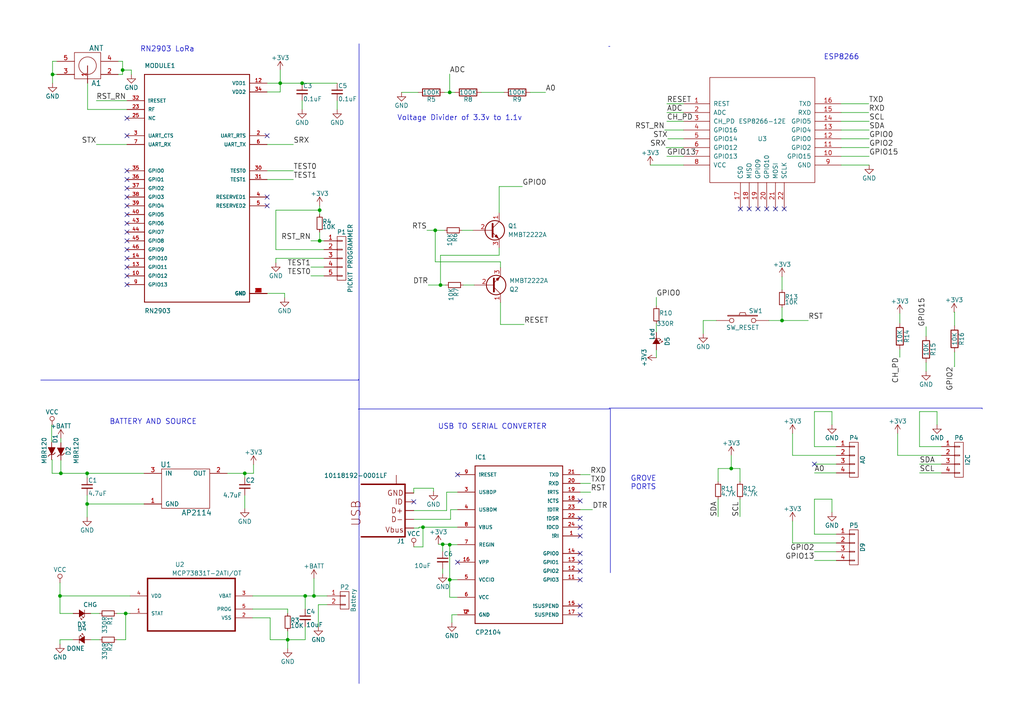
<source format=kicad_sch>
(kicad_sch (version 20230121) (generator eeschema)
  (paper "A4")
  (title_block (title "LoRaCat: Kitty") (date "2017-02-16") (rev "0.5") (company "Electronic Cats") (comment 1 "Andres Sabas"))
  (lib_symbols
    (symbol "NodeLoRaGroveKitty-rescue:+3.3V" (power) (pin_names (offset 0))
      (property "Value" "+3.3V" (at 0 3.556 0))
      (symbol "+3.3V_1_1"
        (pin power_in line (at 0 0 90) (length 0) hide (name "+3V3") (number "1"))
      )
    )
    (symbol "NodeLoRaGroveKitty-rescue:+BATT" (power) (pin_names (offset 0))
      (property "Value" "+BATT" (at 0 3.556 0))
      (symbol "+BATT_1_1"
        (pin power_in line (at 0 0 90) (length 0) hide (name "+BATT") (number "1"))
      )
    )
    (symbol "NodeLoRaGroveKitty-rescue:10118192-0001LF" (pin_numbers hide) (pin_names (offset 1.016) hide)
      (property "Reference" "J" (at -5.08 8.89 0))
      (property "Value" "10118192-0001LF" (at 0 -10.16 0))
      (symbol "10118192-0001LF_0_0"
        (text "D+" (at -2.794 0 0) (effects (font (size 1.524 1.524))))
        (text "D-" (at -2.794 2.54 0) (effects (font (size 1.524 1.524))))
        (text "GND" (at -2.286 -5.08 0) (effects (font (size 1.524 1.524))))
        (text "ID" (at -3.302 -2.54 0) (effects (font (size 1.524 1.524))))
        (text "USB" (at 7.62 -3.175 900) (effects (font (size 2.54 2.54)) (justify left bottom)))
        (text "Vbus" (at -2.032 5.588 0) (effects (font (size 1.524 1.524))))
        (pin passive line (at -7.62 5.08 0) (length 2.54) (name "VBUS") (number "1"))
        (pin passive line (at -7.62 2.54 0) (length 2.54) (name "D-") (number "2"))
        (pin passive line (at -7.62 0 0) (length 2.54) (name "D+") (number "3"))
        (pin passive line (at -7.62 -2.54 0) (length 2.54) (name "ID") (number "4"))
        (pin passive line (at -7.62 -5.08 0) (length 2.54) (name "GND") (number "5"))
        (pin passive line (at -2.54 -10.16 90) (length 0) (name "S") (number "M1"))
        (pin passive line (at -2.54 -10.16 90) (length 0) (name "S") (number "M2"))
        (pin passive line (at -2.54 -10.16 90) (length 0) (name "S") (number "S1"))
        (pin passive line (at -2.54 -10.16 90) (length 0) (name "S") (number "S2"))
        (pin passive line (at -2.54 -10.16 90) (length 0) (name "S") (number "S3"))
        (pin passive line (at -2.54 -10.16 90) (length 0) (name "S") (number "S4"))
      )
    )
    (symbol "NodeLoRaGroveKitty-rescue:ANT" (pin_names (offset 1.016))
      (property "Reference" "A" (at 6.35 10.16 0))
      (property "Value" "ANT" (at 6.35 0 0))
      (symbol "ANT_1_1"
        (pin bidirectional line (at 8.89 10.16 270) (length 5.08) (name "~") (number "1"))
        (pin bidirectional line (at 0 7.62 0) (length 5.08) (name "~") (number "2"))
        (pin bidirectional line (at 17.78 7.62 180) (length 5.08) (name "~") (number "3"))
        (pin bidirectional line (at 0 3.81 0) (length 5.08) (name "~") (number "4"))
        (pin bidirectional line (at 17.78 3.81 180) (length 5.08) (name "~") (number "5"))
      )
    )
    (symbol "NodeLoRaGroveKitty-rescue:AP2112-RESCUE-NodeLoRaGroveKitty" (pin_names (offset 1.016))
      (property "Reference" "U" (at -5.08 7.62 0))
      (property "Value" "AP2112-RESCUE-NodeLoRaGroveKitty" (at 3.81 -6.35 0))
      (symbol "AP2112-RESCUE-NodeLoRaGroveKitty_1_1"
        (pin input line (at -11.43 -3.81 0) (length 5.08) (name "GND") (number "1"))
        (pin input line (at 12.7 5.08 180) (length 5.08) (name "OUT") (number "2"))
        (pin input line (at -11.43 5.08 0) (length 5.08) (name "IN") (number "3"))
      )
    )
    (symbol "NodeLoRaGroveKitty-rescue:CONN_01X02" (pin_names (offset 1.016) hide)
      (property "Reference" "P" (at 0 3.81 0))
      (property "Value" "CONN_01X02" (at 2.54 0 90))
      (symbol "CONN_01X02_1_1"
        (pin passive line (at -5.08 1.27 0) (length 3.81) (name "P1") (number "1"))
        (pin passive line (at -5.08 -1.27 0) (length 3.81) (name "P2") (number "2"))
      )
    )
    (symbol "NodeLoRaGroveKitty-rescue:CONN_01X04" (pin_names (offset 1.016) hide)
      (property "Reference" "P" (at 0 6.35 0))
      (property "Value" "CONN_01X04" (at 2.54 0 90))
      (symbol "CONN_01X04_1_1"
        (pin passive line (at -5.08 3.81 0) (length 3.81) (name "P1") (number "1"))
        (pin passive line (at -5.08 1.27 0) (length 3.81) (name "P2") (number "2"))
        (pin passive line (at -5.08 -1.27 0) (length 3.81) (name "P3") (number "3"))
        (pin passive line (at -5.08 -3.81 0) (length 3.81) (name "P4") (number "4"))
      )
    )
    (symbol "NodeLoRaGroveKitty-rescue:CONN_01X05" (pin_names (offset 1.016) hide)
      (property "Reference" "P" (at 0 7.62 0))
      (property "Value" "CONN_01X05" (at 2.54 0 90))
      (symbol "CONN_01X05_1_1"
        (pin passive line (at -5.08 5.08 0) (length 3.81) (name "P1") (number "1"))
        (pin passive line (at -5.08 2.54 0) (length 3.81) (name "P2") (number "2"))
        (pin passive line (at -5.08 0 0) (length 3.81) (name "P3") (number "3"))
        (pin passive line (at -5.08 -2.54 0) (length 3.81) (name "P4") (number "4"))
        (pin passive line (at -5.08 -5.08 0) (length 3.81) (name "P5") (number "5"))
      )
    )
    (symbol "NodeLoRaGroveKitty-rescue:CP2104" (pin_names (offset 1.016))
      (property "Reference" "IC" (at -12.7 25.4 0))
      (property "Value" "CP2104" (at -12.7 -25.4 0))
      (symbol "CP2104_0_0"
        (pin bidirectional line (at 17.78 2.54 180) (length 5.08) (name "!RI") (number "1"))
        (pin bidirectional line (at 17.78 -10.16 180) (length 5.08) (name "GPIO3") (number "11"))
        (pin bidirectional line (at 17.78 -7.62 180) (length 5.08) (name "GPIO2") (number "12"))
        (pin bidirectional line (at 17.78 -5.08 180) (length 5.08) (name "GPIO1") (number "13"))
        (pin bidirectional line (at 17.78 -2.54 180) (length 5.08) (name "GPIO0") (number "14"))
        (pin bidirectional line (at 17.78 -17.78 180) (length 5.08) (name "!SUSPEND") (number "15"))
        (pin input line (at -17.78 -5.08 0) (length 5.08) (name "VPP") (number "16"))
        (pin bidirectional line (at 17.78 -20.32 180) (length 5.08) (name "SUSPEND") (number "17"))
        (pin bidirectional line (at 17.78 12.7 180) (length 5.08) (name "!CTS") (number "18"))
        (pin bidirectional line (at 17.78 15.24 180) (length 5.08) (name "!RTS") (number "19"))
        (pin input line (at -17.78 -20.32 0) (length 5.08) (name "GND") (number "2"))
        (pin bidirectional line (at 17.78 17.78 180) (length 5.08) (name "RXD") (number "20"))
        (pin bidirectional line (at 17.78 20.32 180) (length 5.08) (name "TXD") (number "21"))
        (pin bidirectional line (at 17.78 7.62 180) (length 5.08) (name "!DSR") (number "22"))
        (pin bidirectional line (at 17.78 10.16 180) (length 5.08) (name "!DTR") (number "23"))
        (pin bidirectional line (at 17.78 5.08 180) (length 5.08) (name "!DCD") (number "24"))
        (pin bidirectional line (at -17.78 15.24 0) (length 5.08) (name "USBDP") (number "3"))
        (pin bidirectional line (at -17.78 10.16 0) (length 5.08) (name "USBDM") (number "4"))
        (pin input line (at -17.78 -10.16 0) (length 5.08) (name "VCCIO") (number "5"))
        (pin input line (at -17.78 -15.24 0) (length 5.08) (name "VCC") (number "6"))
        (pin input line (at -17.78 0 0) (length 5.08) (name "REGIN") (number "7"))
        (pin input line (at -17.78 5.08 0) (length 5.08) (name "VBUS") (number "8"))
        (pin bidirectional line (at -17.78 20.32 0) (length 5.08) (name "!RESET") (number "9"))
        (pin input line (at -17.78 -20.32 0) (length 5.08) (name "GND") (number "TP"))
      )
    )
    (symbol "NodeLoRaGroveKitty-rescue:C_Small" (pin_numbers hide) (pin_names (offset 0.254) hide)
      (property "Reference" "C" (at 0.254 1.778 0))
      (property "Value" "C_Small" (at 0.254 -2.032 0))
      (symbol "C_Small_1_1"
        (pin passive line (at 0 2.54 270) (length 2.032) (name "~") (number "1"))
        (pin passive line (at 0 -2.54 90) (length 2.032) (name "~") (number "2"))
      )
    )
    (symbol "NodeLoRaGroveKitty-rescue:ESP-12E" (pin_names (offset 1.016))
      (property "Reference" "U" (at 0 -2.54 0))
      (property "Value" "ESP-12E" (at 0 2.54 0))
      (symbol "ESP-12E_1_1"
        (pin input line (at -22.86 7.62 0) (length 7.62) (name "REST") (number "1"))
        (pin bidirectional line (at 22.86 -7.62 180) (length 7.62) (name "GPIO15") (number "10"))
        (pin bidirectional line (at 22.86 -5.08 180) (length 7.62) (name "GPIO2") (number "11"))
        (pin bidirectional line (at 22.86 -2.54 180) (length 7.62) (name "GPIO0") (number "12"))
        (pin bidirectional line (at 22.86 0 180) (length 7.62) (name "GPIO4") (number "13"))
        (pin bidirectional line (at 22.86 2.54 180) (length 7.62) (name "GPIO5") (number "14"))
        (pin input line (at 22.86 5.08 180) (length 7.62) (name "RXD") (number "15"))
        (pin output line (at 22.86 7.62 180) (length 7.62) (name "TXD") (number "16"))
        (pin bidirectional line (at -6.35 -22.86 90) (length 7.62) (name "CS0") (number "17"))
        (pin bidirectional line (at -3.81 -22.86 90) (length 7.62) (name "MISO") (number "18"))
        (pin bidirectional line (at -1.27 -22.86 90) (length 7.62) (name "GPIO9") (number "19"))
        (pin passive line (at -22.86 5.08 0) (length 7.62) (name "ADC") (number "2"))
        (pin bidirectional line (at 1.27 -22.86 90) (length 7.62) (name "GPIO10") (number "20"))
        (pin bidirectional line (at 3.81 -22.86 90) (length 7.62) (name "MOSI") (number "21"))
        (pin bidirectional line (at 6.35 -22.86 90) (length 7.62) (name "SCLK") (number "22"))
        (pin input line (at -22.86 2.54 0) (length 7.62) (name "CH_PD") (number "3"))
        (pin bidirectional line (at -22.86 0 0) (length 7.62) (name "GPIO16") (number "4"))
        (pin bidirectional line (at -22.86 -2.54 0) (length 7.62) (name "GPIO14") (number "5"))
        (pin bidirectional line (at -22.86 -5.08 0) (length 7.62) (name "GPIO12") (number "6"))
        (pin bidirectional line (at -22.86 -7.62 0) (length 7.62) (name "GPIO13") (number "7"))
        (pin power_in line (at -22.86 -10.16 0) (length 7.62) (name "VCC") (number "8"))
        (pin power_in line (at 22.86 -10.16 180) (length 7.62) (name "GND") (number "9"))
      )
    )
    (symbol "NodeLoRaGroveKitty-rescue:GND" (power) (pin_names (offset 0))
      (property "Value" "GND" (at 0 -3.81 0))
      (symbol "GND_1_1"
        (pin power_in line (at 0 0 270) (length 0) hide (name "GND") (number "1"))
      )
    )
    (symbol "NodeLoRaGroveKitty-rescue:Led_Small" (pin_numbers hide) (pin_names (offset 0.254) hide)
      (property "Reference" "D" (at -1.27 3.175 0))
      (property "Value" "Led_Small" (at -4.445 -2.54 0))
      (symbol "Led_Small_1_1"
        (pin passive line (at -2.54 0 0) (length 1.778) (name "K") (number "1"))
        (pin passive line (at 2.54 0 180) (length 1.778) (name "A") (number "2"))
      )
    )
    (symbol "NodeLoRaGroveKitty-rescue:MCP73831T-2ATI/OT" (pin_names (offset 1.016))
      (property "Reference" "U" (at -4.7244 9.1186 0))
      (property "Value" "MCP73831T-2ATI/OT" (at -5.6642 6.5786 0))
      (symbol "MCP73831T-2ATI/OT_0_0"
        (pin input line (at -17.78 -5.08 0) (length 5.08) (name "STAT") (number "1"))
        (pin passive line (at 17.78 -6.35 180) (length 5.08) (name "VSS") (number "2"))
        (pin input line (at 17.78 0 180) (length 5.08) (name "VBAT") (number "3"))
        (pin input line (at -17.78 0 0) (length 5.08) (name "VDD") (number "4"))
        (pin input line (at 17.78 -3.81 180) (length 5.08) (name "PROG") (number "5"))
      )
    )
    (symbol "NodeLoRaGroveKitty-rescue:Q_NPN_CBE" (pin_names (offset 0) hide)
      (property "Reference" "Q" (at 5.08 1.27 0))
      (property "Value" "Q_NPN_CBE" (at 5.08 -1.27 0))
      (symbol "Q_NPN_CBE_1_1"
        (pin passive line (at 2.54 5.08 270) (length 2.54) (name "C") (number "1"))
        (pin input line (at -5.08 0 0) (length 5.715) (name "B") (number "2"))
        (pin passive line (at 2.54 -5.08 90) (length 2.54) (name "E") (number "3"))
      )
    )
    (symbol "NodeLoRaGroveKitty-rescue:R" (pin_numbers hide) (pin_names (offset 0))
      (property "Reference" "R" (at 2.032 0 90))
      (property "Value" "R" (at 0 0 90))
      (symbol "R_1_1"
        (pin passive line (at 0 3.81 270) (length 1.27) (name "~") (number "1"))
        (pin passive line (at 0 -3.81 90) (length 1.27) (name "~") (number "2"))
      )
    )
    (symbol "NodeLoRaGroveKitty-rescue:RN2903" (pin_names (offset 1.016))
      (property "Reference" "MODULE" (at -15.24 33.02 0))
      (property "Value" "RN2903" (at -15.24 -35.56 0))
      (symbol "RN2903_0_0"
        (pin passive line (at 20.32 -30.48 180) (length 5.08) (name "GND") (number "1"))
        (pin bidirectional line (at -20.32 -25.4 0) (length 5.08) (name "GPIO12") (number "10"))
        (pin passive line (at 20.32 -30.48 180) (length 5.08) (name "GND") (number "11"))
        (pin input line (at 20.32 30.48 180) (length 5.08) (name "VDD1") (number "12"))
        (pin bidirectional line (at -20.32 -22.86 0) (length 5.08) (name "GPIO11") (number "13"))
        (pin bidirectional line (at -20.32 -20.32 0) (length 5.08) (name "GPIO10") (number "14"))
        (pin output line (at 20.32 15.24 180) (length 5.08) (name "UART_RTS") (number "2"))
        (pin passive line (at 20.32 -30.48 180) (length 5.08) (name "GND") (number "20"))
        (pin passive line (at 20.32 -30.48 180) (length 5.08) (name "GND") (number "21"))
        (pin passive line (at 20.32 -30.48 180) (length 5.08) (name "GND") (number "22"))
        (pin input line (at -20.32 22.86 0) (length 5.08) (name "RF") (number "23"))
        (pin passive line (at 20.32 -30.48 180) (length 5.08) (name "GND") (number "24"))
        (pin input line (at -20.32 20.32 0) (length 5.08) (name "NC") (number "25"))
        (pin passive line (at 20.32 -30.48 180) (length 5.08) (name "GND") (number "26"))
        (pin passive line (at 20.32 -30.48 180) (length 5.08) (name "GND") (number "27"))
        (pin passive line (at 20.32 -30.48 180) (length 5.08) (name "GND") (number "28"))
        (pin input line (at -20.32 15.24 0) (length 5.08) (name "UART_CTS") (number "3"))
        (pin passive line (at 20.32 5.08 180) (length 5.08) (name "TEST0") (number "30"))
        (pin passive line (at 20.32 2.54 180) (length 5.08) (name "TEST1") (number "31"))
        (pin input line (at -20.32 25.4 0) (length 5.08) (name "!RESET") (number "32"))
        (pin passive line (at 20.32 -30.48 180) (length 5.08) (name "GND") (number "33"))
        (pin input line (at 20.32 27.94 180) (length 5.08) (name "VDD2") (number "34"))
        (pin bidirectional line (at -20.32 5.08 0) (length 5.08) (name "GPIO0") (number "35"))
        (pin bidirectional line (at -20.32 2.54 0) (length 5.08) (name "GPIO1") (number "36"))
        (pin bidirectional line (at -20.32 0 0) (length 5.08) (name "GPIO2") (number "37"))
        (pin bidirectional line (at -20.32 -2.54 0) (length 5.08) (name "GPIO3") (number "38"))
        (pin bidirectional line (at -20.32 -5.08 0) (length 5.08) (name "GPIO4") (number "39"))
        (pin passive line (at 20.32 -2.54 180) (length 5.08) (name "RESERVED1") (number "4"))
        (pin bidirectional line (at -20.32 -7.62 0) (length 5.08) (name "GPIO5") (number "40"))
        (pin passive line (at 20.32 -30.48 180) (length 5.08) (name "GND") (number "41"))
        (pin bidirectional line (at -20.32 -10.16 0) (length 5.08) (name "GPIO6") (number "43"))
        (pin bidirectional line (at -20.32 -12.7 0) (length 5.08) (name "GPIO7") (number "44"))
        (pin bidirectional line (at -20.32 -15.24 0) (length 5.08) (name "GPIO8") (number "45"))
        (pin bidirectional line (at -20.32 -17.78 0) (length 5.08) (name "GPIO9") (number "46"))
        (pin passive line (at 20.32 -30.48 180) (length 5.08) (name "GND") (number "47"))
        (pin passive line (at 20.32 -5.08 180) (length 5.08) (name "RESERVED2") (number "5"))
        (pin output line (at 20.32 12.7 180) (length 5.08) (name "UART_TX") (number "6"))
        (pin input line (at -20.32 12.7 0) (length 5.08) (name "UART_RX") (number "7"))
        (pin passive line (at 20.32 -30.48 180) (length 5.08) (name "GND") (number "8"))
        (pin bidirectional line (at -20.32 -27.94 0) (length 5.08) (name "GPIO13") (number "9"))
      )
    )
    (symbol "NodeLoRaGroveKitty-rescue:R_Small" (pin_numbers hide) (pin_names (offset 0.254) hide)
      (property "Reference" "R" (at 0.762 0.508 0))
      (property "Value" "R_Small" (at 0.762 -1.016 0))
      (symbol "R_Small_1_1"
        (pin passive line (at 0 2.54 270) (length 0.762) (name "~") (number "1"))
        (pin passive line (at 0 -2.54 90) (length 0.762) (name "~") (number "2"))
      )
    )
    (symbol "NodeLoRaGroveKitty-rescue:SW_PUSH" (pin_numbers hide) (pin_names (offset 1.016) hide)
      (property "Reference" "SW" (at 3.81 2.794 0))
      (property "Value" "SW_PUSH" (at 0 -2.032 0))
      (symbol "SW_PUSH_0_1"
        (pin passive inverted (at -7.62 0 0) (length 5.08) (name "1") (number "1"))
        (pin passive inverted (at 7.62 0 180) (length 5.08) (name "2") (number "2"))
      )
    )
    (symbol "NodeLoRaGroveKitty-rescue:VCC" (power) (pin_names (offset 0))
      (property "Value" "VCC" (at 0 3.81 0))
      (symbol "VCC_1_1"
        (pin power_in line (at 0 0 90) (length 0) hide (name "VCC") (number "1"))
      )
    )
    (symbol "NodeLoRaGroveKitty-rescue:ZENERsmall" (pin_numbers hide) (pin_names (offset 1.016) hide)
      (property "Reference" "D" (at 0 2.54 0))
      (property "Value" "ZENERsmall" (at 0 -2.54 0))
      (symbol "ZENERsmall_1_1"
        (pin passive line (at -2.54 0 0) (length 1.524) (name "K") (number "1"))
        (pin passive line (at 2.54 0 180) (length 1.524) (name "A") (number "2"))
      )
    )
  )
  (junction (at 81.28 24.13))
  (junction (at 126.238 66.802))
  (junction (at 17.399 172.847))
  (junction (at 91.059 172.847))
  (junction (at 128.397 157.861))
  (junction (at 226.822 92.964))
  (junction (at 127.762 82.677))
  (junction (at 70.993 137.287))
  (junction (at 130.429 26.797))
  (junction (at 122.682 152.908))
  (junction (at 25.273 146.177))
  (junction (at 92.71 60.96))
  (junction (at 35.56 20.32))
  (junction (at 92.71 69.85))
  (junction (at 212.09 135.89))
  (junction (at 17.653 137.287))
  (junction (at 130.429 168.148))
  (junction (at 87.63 24.13))
  (junction (at 36.449 177.927))
  (junction (at 88.519 172.847))
  (junction (at 25.273 137.287))
  (junction (at 15.24 21.59))
  (junction (at 130.429 157.988))
  (junction (at 83.439 185.547))
  (no_connect (at 77.47 39.37))
  (no_connect (at 236.22 134.62))
  (no_connect (at 36.83 49.53))
  (no_connect (at 36.83 77.47))
  (no_connect (at 168.275 175.768))
  (no_connect (at 36.83 39.37))
  (no_connect (at 36.83 52.07))
  (no_connect (at 36.83 80.01))
  (no_connect (at 120.015 145.542))
  (no_connect (at 36.83 62.23))
  (no_connect (at 168.275 168.148))
  (no_connect (at 217.297 60.579))
  (no_connect (at 168.275 145.288))
  (no_connect (at 132.715 163.068))
  (no_connect (at 77.47 59.69))
  (no_connect (at 168.275 178.308))
  (no_connect (at 168.275 163.068))
  (no_connect (at 36.83 69.85))
  (no_connect (at 36.83 67.31))
  (no_connect (at 168.275 152.908))
  (no_connect (at 224.917 60.579))
  (no_connect (at 168.275 160.528))
  (no_connect (at 168.275 155.448))
  (no_connect (at 227.457 60.579))
  (no_connect (at 219.837 60.579))
  (no_connect (at 168.275 150.368))
  (no_connect (at 214.757 60.579))
  (no_connect (at 36.83 74.93))
  (no_connect (at 36.83 57.15))
  (no_connect (at 77.47 57.15))
  (no_connect (at 36.83 72.39))
  (no_connect (at 36.83 54.61))
  (no_connect (at 36.83 34.29))
  (no_connect (at 36.83 64.77))
  (no_connect (at 36.83 59.69))
  (no_connect (at 132.715 137.668))
  (no_connect (at 36.83 82.55))
  (no_connect (at 168.275 165.608))
  (no_connect (at 222.377 60.579))
  (wire (pts (xy 130.429 157.988) (xy 130.429 168.148)))
  (wire (pts (xy 268.605 97.536) (xy 268.605 94.742)))
  (wire (pts (xy 130.429 26.797) (xy 131.953 26.797)))
  (wire (pts (xy 90.17 69.85) (xy 92.71 69.85)))
  (wire (pts (xy 81.28 20.32) (xy 81.28 24.13)))
  (wire (pts (xy 88.519 185.547) (xy 88.519 181.737)))
  (wire (pts (xy 122.682 152.908) (xy 122.682 158.623)))
  (wire (pts (xy 130.429 173.228) (xy 132.715 173.228)))
  (wire (pts (xy 242.57 134.62) (xy 236.22 134.62)))
  (wire (pts (xy 127.127 157.861) (xy 128.397 157.861)))
  (wire (pts (xy 242.57 137.16) (xy 236.22 137.16)))
  (polyline (pts (xy 176.657 118.364) (xy 284.861 118.364)))
  (wire (pts (xy 168.275 147.828) (xy 171.831 147.828)))
  (polyline (pts (xy 177.038 118.618) (xy 104.013 118.618)))
  (wire (pts (xy 212.09 132.08) (xy 212.09 135.89)))
  (wire (pts (xy 26.289 177.927) (xy 28.829 177.927)))
  (wire (pts (xy 93.98 80.01) (xy 90.17 80.01)))
  (wire (pts (xy 198.247 40.259) (xy 193.675 40.259)))
  (polyline (pts (xy 284.861 118.364) (xy 284.861 118.618)))
  (wire (pts (xy 127.762 74.041) (xy 127.762 82.677)))
  (wire (pts (xy 198.247 30.099) (xy 193.421 30.099)))
  (wire (pts (xy 130.683 147.828) (xy 130.683 150.622)))
  (wire (pts (xy 236.22 119.38) (xy 241.3 119.38)))
  (wire (pts (xy 17.653 137.287) (xy 25.273 137.287)))
  (wire (pts (xy 273.05 129.54) (xy 266.7 129.54)))
  (wire (pts (xy 226.822 92.964) (xy 234.442 92.964)))
  (wire (pts (xy 241.3 144.78) (xy 241.3 148.59)))
  (wire (pts (xy 88.519 172.847) (xy 91.059 172.847)))
  (wire (pts (xy 130.683 147.828) (xy 132.715 147.828)))
  (wire (pts (xy 121.539 153.162) (xy 121.539 152.908)))
  (wire (pts (xy 168.275 140.208) (xy 171.323 140.208)))
  (wire (pts (xy 17.399 172.847) (xy 37.719 172.847)))
  (wire (pts (xy 243.967 32.639) (xy 251.968 32.639)))
  (wire (pts (xy 243.967 47.879) (xy 252.095 47.879)))
  (wire (pts (xy 243.967 45.339) (xy 252.095 45.339)))
  (wire (pts (xy 243.967 35.179) (xy 252.095 35.179)))
  (wire (pts (xy 25.4 24.13) (xy 25.4 31.75)))
  (wire (pts (xy 130.683 150.622) (xy 120.015 150.622)))
  (wire (pts (xy 35.56 17.78) (xy 35.56 20.32)))
  (wire (pts (xy 242.57 160.02) (xy 236.22 160.02)))
  (wire (pts (xy 128.397 164.973) (xy 128.397 166.37)))
  (wire (pts (xy 145.161 75.946) (xy 126.238 75.946)))
  (wire (pts (xy 81.28 24.13) (xy 81.28 26.67)))
  (wire (pts (xy 77.47 24.13) (xy 81.28 24.13)))
  (wire (pts (xy 190.373 101.473) (xy 190.373 103.759)))
  (wire (pts (xy 236.22 154.94) (xy 236.22 144.78)))
  (wire (pts (xy 242.57 129.54) (xy 236.22 129.54)))
  (wire (pts (xy 198.247 32.639) (xy 193.421 32.639)))
  (wire (pts (xy 145.161 87.757) (xy 145.161 94.107)))
  (wire (pts (xy 92.71 60.96) (xy 80.01 60.96)))
  (wire (pts (xy 82.55 86.36) (xy 82.55 85.09)))
  (wire (pts (xy 226.822 84.074) (xy 226.822 80.264)))
  (wire (pts (xy 77.47 41.91) (xy 85.09 41.91)))
  (wire (pts (xy 35.56 21.59) (xy 34.29 21.59)))
  (wire (pts (xy 190.373 86.233) (xy 190.373 88.773)))
  (wire (pts (xy 126.238 66.802) (xy 128.905 66.802)))
  (wire (pts (xy 130.429 26.797) (xy 130.429 21.463)))
  (wire (pts (xy 132.715 168.148) (xy 130.429 168.148)))
  (wire (pts (xy 139.573 26.797) (xy 146.177 26.797)))
  (wire (pts (xy 273.05 137.16) (xy 266.7 137.16)))
  (polyline (pts (xy 177.038 166.116) (xy 177.038 118.618)))
  (wire (pts (xy 130.429 168.148) (xy 130.429 173.228)))
  (wire (pts (xy 33.909 177.927) (xy 36.449 177.927)))
  (wire (pts (xy 94.869 175.387) (xy 92.329 175.387)))
  (wire (pts (xy 129.54 142.748) (xy 129.54 148.082)))
  (wire (pts (xy 132.715 142.748) (xy 129.54 142.748)))
  (wire (pts (xy 243.967 37.719) (xy 252.095 37.719)))
  (wire (pts (xy 92.71 59.69) (xy 92.71 60.96)))
  (wire (pts (xy 17.653 133.477) (xy 17.653 137.287)))
  (wire (pts (xy 226.822 89.154) (xy 226.822 92.964)))
  (wire (pts (xy 14.986 123.317) (xy 15.113 123.317)))
  (wire (pts (xy 78.359 179.197) (xy 78.359 185.547)))
  (wire (pts (xy 132.715 178.308) (xy 131.064 178.308)))
  (wire (pts (xy 208.28 144.78) (xy 208.28 149.86)))
  (wire (pts (xy 266.7 129.54) (xy 266.7 119.38)))
  (wire (pts (xy 70.993 143.637) (xy 70.993 147.447)))
  (polyline (pts (xy 11.811 110.236) (xy 104.013 110.236)))
  (wire (pts (xy 38.1 20.32) (xy 35.56 20.32)))
  (wire (pts (xy 17.399 169.037) (xy 17.399 172.847)))
  (wire (pts (xy 126.238 75.946) (xy 126.238 66.802)))
  (wire (pts (xy 97.79 29.21) (xy 97.79 31.75)))
  (wire (pts (xy 15.113 137.287) (xy 15.113 133.35)))
  (wire (pts (xy 131.064 178.308) (xy 131.064 180.594)))
  (wire (pts (xy 73.279 179.197) (xy 78.359 179.197)))
  (wire (pts (xy 123.825 66.802) (xy 126.238 66.802)))
  (wire (pts (xy 168.275 142.748) (xy 171.323 142.748)))
  (wire (pts (xy 15.24 21.59) (xy 16.51 21.59)))
  (wire (pts (xy 92.71 69.85) (xy 93.98 69.85)))
  (wire (pts (xy 243.967 40.259) (xy 252.095 40.259)))
  (wire (pts (xy 25.273 137.287) (xy 41.783 137.287)))
  (wire (pts (xy 130.429 157.861) (xy 130.429 157.988)))
  (wire (pts (xy 198.247 45.339) (xy 193.421 45.339)))
  (wire (pts (xy 137.16 66.802) (xy 133.985 66.802)))
  (wire (pts (xy 145.161 77.597) (xy 145.161 75.946)))
  (wire (pts (xy 36.83 41.91) (xy 27.94 41.91)))
  (wire (pts (xy 188.595 47.879) (xy 198.247 47.879)))
  (wire (pts (xy 120.015 153.162) (xy 121.539 153.162)))
  (wire (pts (xy 14.986 128.27) (xy 14.986 123.317)))
  (wire (pts (xy 80.01 74.93) (xy 80.01 76.2)))
  (wire (pts (xy 65.913 137.287) (xy 70.993 137.287)))
  (wire (pts (xy 241.3 119.38) (xy 241.3 123.19)))
  (wire (pts (xy 127.762 82.677) (xy 129.286 82.677)))
  (wire (pts (xy 35.56 17.78) (xy 34.29 17.78)))
  (wire (pts (xy 128.397 157.861) (xy 130.429 157.861)))
  (wire (pts (xy 260.35 132.08) (xy 273.05 132.08)))
  (wire (pts (xy 73.279 176.657) (xy 83.439 176.657)))
  (wire (pts (xy 121.285 26.797) (xy 116.459 26.797)))
  (wire (pts (xy 229.87 157.48) (xy 242.57 157.48)))
  (wire (pts (xy 92.71 60.96) (xy 92.71 62.23)))
  (wire (pts (xy 81.28 26.67) (xy 77.47 26.67)))
  (wire (pts (xy 25.4 31.75) (xy 36.83 31.75)))
  (wire (pts (xy 203.962 96.774) (xy 203.962 92.964)))
  (wire (pts (xy 87.63 29.21) (xy 87.63 31.75)))
  (wire (pts (xy 144.78 61.722) (xy 144.78 54.102)))
  (wire (pts (xy 83.439 185.547) (xy 83.439 188.087)))
  (wire (pts (xy 125.73 141.605) (xy 125.73 142.494)))
  (wire (pts (xy 121.539 152.908) (xy 122.682 152.908)))
  (wire (pts (xy 260.985 101.346) (xy 260.985 103.632)))
  (wire (pts (xy 144.78 54.102) (xy 151.511 54.102)))
  (wire (pts (xy 36.449 177.927) (xy 36.449 185.547)))
  (wire (pts (xy 93.98 77.47) (xy 90.17 77.47)))
  (wire (pts (xy 242.57 162.56) (xy 236.22 162.56)))
  (wire (pts (xy 144.78 71.882) (xy 144.78 74.041)))
  (wire (pts (xy 153.797 26.797) (xy 158.242 26.797)))
  (wire (pts (xy 229.87 132.08) (xy 229.87 125.73)))
  (wire (pts (xy 122.682 152.908) (xy 132.715 152.908)))
  (wire (pts (xy 236.22 144.78) (xy 241.3 144.78)))
  (wire (pts (xy 168.275 137.668) (xy 171.196 137.668)))
  (wire (pts (xy 229.87 132.08) (xy 242.57 132.08)))
  (wire (pts (xy 35.56 20.32) (xy 35.56 21.59)))
  (wire (pts (xy 236.22 129.54) (xy 236.22 119.38)))
  (wire (pts (xy 15.113 133.35) (xy 14.986 133.35)))
  (wire (pts (xy 25.273 137.287) (xy 25.273 138.557)))
  (wire (pts (xy 144.78 74.041) (xy 127.762 74.041)))
  (wire (pts (xy 36.83 29.21) (xy 27.94 29.21)))
  (wire (pts (xy 128.905 26.797) (xy 130.429 26.797)))
  (wire (pts (xy 17.399 177.927) (xy 21.209 177.927)))
  (wire (pts (xy 214.63 135.89) (xy 214.63 139.7)))
  (wire (pts (xy 88.519 176.657) (xy 88.519 172.847)))
  (polyline (pts (xy 104.013 118.618) (xy 104.013 118.745)))
  (wire (pts (xy 92.71 67.31) (xy 92.71 69.85)))
  (wire (pts (xy 198.247 42.799) (xy 193.167 42.799)))
  (wire (pts (xy 16.51 17.78) (xy 15.24 17.78)))
  (wire (pts (xy 83.439 183.007) (xy 83.439 185.547)))
  (wire (pts (xy 17.399 172.847) (xy 17.399 177.927)))
  (wire (pts (xy 276.86 106.299) (xy 276.733 106.299)))
  (polyline (pts (xy 104.14 12.7) (xy 104.14 198.247)))
  (wire (pts (xy 25.273 146.177) (xy 25.273 149.987)))
  (wire (pts (xy 124.206 82.677) (xy 127.762 82.677)))
  (wire (pts (xy 80.01 72.39) (xy 93.98 72.39)))
  (wire (pts (xy 15.24 21.59) (xy 15.24 24.13)))
  (wire (pts (xy 268.605 105.156) (xy 268.605 107.696)))
  (polyline (pts (xy 176.53 13.462) (xy 176.911 13.462)))
  (wire (pts (xy 145.161 94.107) (xy 152.019 94.107)))
  (wire (pts (xy 38.1 21.59) (xy 38.1 20.32)))
  (wire (pts (xy 73.279 172.847) (xy 88.519 172.847)))
  (polyline (pts (xy 104.013 110.236) (xy 104.013 109.982)))
  (wire (pts (xy 276.86 102.108) (xy 276.86 106.299)))
  (wire (pts (xy 242.57 154.94) (xy 236.22 154.94)))
  (wire (pts (xy 130.429 157.988) (xy 132.715 157.988)))
  (wire (pts (xy 260.35 132.08) (xy 260.35 125.73)))
  (wire (pts (xy 260.985 93.726) (xy 260.985 90.932)))
  (wire (pts (xy 120.015 141.605) (xy 120.015 143.002)))
  (wire (pts (xy 70.993 138.557) (xy 70.993 137.287)))
  (wire (pts (xy 77.47 52.07) (xy 85.09 52.07)))
  (wire (pts (xy 198.247 37.719) (xy 192.786 37.719)))
  (wire (pts (xy 122.682 158.623) (xy 120.015 158.623)))
  (wire (pts (xy 129.54 148.082) (xy 120.015 148.082)))
  (wire (pts (xy 73.533 137.287) (xy 73.533 134.747)))
  (wire (pts (xy 243.967 42.799) (xy 252.095 42.799)))
  (wire (pts (xy 78.359 185.547) (xy 83.439 185.547)))
  (wire (pts (xy 128.397 159.893) (xy 128.397 157.861)))
  (wire (pts (xy 212.09 135.89) (xy 214.63 135.89)))
  (wire (pts (xy 28.829 185.547) (xy 26.289 185.547)))
  (wire (pts (xy 266.7 119.38) (xy 271.78 119.38)))
  (wire (pts (xy 36.449 185.547) (xy 33.909 185.547)))
  (wire (pts (xy 17.653 128.397) (xy 17.653 127.127)))
  (wire (pts (xy 25.273 143.637) (xy 25.273 146.177)))
  (wire (pts (xy 80.01 74.93) (xy 93.98 74.93)))
  (wire (pts (xy 41.783 146.177) (xy 25.273 146.177)))
  (wire (pts (xy 203.962 92.964) (xy 207.772 92.964)))
  (wire (pts (xy 21.209 185.547) (xy 17.399 185.547)))
  (wire (pts (xy 15.24 17.78) (xy 15.24 21.59)))
  (wire (pts (xy 92.329 175.387) (xy 92.329 181.737)))
  (wire (pts (xy 81.28 24.13) (xy 87.63 24.13)))
  (wire (pts (xy 208.28 139.7) (xy 208.28 135.89)))
  (wire (pts (xy 125.73 141.605) (xy 120.015 141.605)))
  (wire (pts (xy 271.78 119.38) (xy 271.78 123.19)))
  (wire (pts (xy 83.439 185.547) (xy 88.519 185.547)))
  (wire (pts (xy 83.439 176.657) (xy 83.439 177.927)))
  (wire (pts (xy 17.399 185.547) (xy 17.399 186.817)))
  (wire (pts (xy 276.86 90.551) (xy 276.733 90.551)))
  (wire (pts (xy 190.373 93.853) (xy 190.373 96.393)))
  (wire (pts (xy 208.28 135.89) (xy 212.09 135.89)))
  (wire (pts (xy 82.55 85.09) (xy 77.47 85.09)))
  (wire (pts (xy 87.63 24.13) (xy 97.79 24.13)))
  (wire (pts (xy 80.01 60.96) (xy 80.01 72.39)))
  (wire (pts (xy 70.993 137.287) (xy 73.533 137.287)))
  (wire (pts (xy 223.012 92.964) (xy 226.822 92.964)))
  (wire (pts (xy 36.449 177.927) (xy 37.719 177.927)))
  (wire (pts (xy 276.86 94.488) (xy 276.86 90.551)))
  (wire (pts (xy 77.47 49.53) (xy 85.09 49.53)))
  (wire (pts (xy 273.05 134.62) (xy 266.7 134.62)))
  (wire (pts (xy 137.541 82.677) (xy 134.366 82.677)))
  (wire (pts (xy 243.967 30.099) (xy 251.968 30.099)))
  (wire (pts (xy 91.059 172.847) (xy 91.059 167.767)))
  (wire (pts (xy 91.059 172.847) (xy 94.869 172.847)))
  (wire (pts (xy 214.63 144.78) (xy 214.63 149.86)))
  (wire (pts (xy 15.113 137.287) (xy 17.653 137.287)))
  (wire (pts (xy 229.87 157.48) (xy 229.87 151.13)))
  (wire (pts (xy 198.247 35.179) (xy 193.421 35.179)))
  (text "USB TO SERIAL CONVERTER" (at 127 124.714 0) (effects (font (size 1.524 1.524)) (justify left bottom)))
  (text "RN2903 LoRa" (at 40.64 15.24 0) (effects (font (size 1.524 1.524)) (justify left bottom)))
  (text "ESP8266" (at 238.887 17.526 0) (effects (font (size 1.524 1.524)) (justify left bottom)))
  (text "GROVE\nPORTS" (at 182.88 142.24 0) (effects (font (size 1.524 1.524)) (justify left bottom)))
  (text "Voltage Divider of 3.3v to 1.1v" (at 115.189 35.179 0) (effects (font (size 1.524 1.524)) (justify left bottom)))
  (text "BATTERY AND SOURCE" (at 31.75 123.317 0) (effects (font (size 1.524 1.524)) (justify left bottom)))
  (label "STX" (at 27.94 41.91 180) (effects (font (size 1.524 1.524))))
  (label "TEST0" (at 85.09 49.53 0) (effects (font (size 1.524 1.524))))
  (label "RST_RN" (at 192.786 37.719 180) (effects (font (size 1.524 1.524))))
  (label "TXD" (at 251.968 30.099 0) (effects (font (size 1.524 1.524))))
  (label "CH_PD" (at 260.985 103.632 270) (effects (font (size 1.524 1.524))))
  (label "GPIO2" (at 276.733 106.299 270) (effects (font (size 1.524 1.524))))
  (label "RESET" (at 152.019 94.107 0) (effects (font (size 1.524 1.524))))
  (label "SCL" (at 214.63 149.86 90) (effects (font (size 1.524 1.524))))
  (label "GPIO2" (at 252.095 42.799 0) (effects (font (size 1.524 1.524))))
  (label "ADC" (at 193.421 32.639 0) (effects (font (size 1.524 1.524))))
  (label "SDA" (at 266.7 134.62 0) (effects (font (size 1.524 1.524))))
  (label "SRX" (at 193.167 42.799 180) (effects (font (size 1.524 1.524))))
  (label "RST" (at 234.442 92.964 0) (effects (font (size 1.524 1.524))))
  (label "GPIO2" (at 236.22 160.02 180) (effects (font (size 1.524 1.524))))
  (label "GPIO0" (at 252.095 40.259 0) (effects (font (size 1.524 1.524))))
  (label "DTR" (at 124.206 82.677 180) (effects (font (size 1.524 1.524))))
  (label "GPIO13" (at 193.421 45.339 0) (effects (font (size 1.524 1.524))))
  (label "RXD" (at 251.968 32.639 0) (effects (font (size 1.524 1.524))))
  (label "RST_RN" (at 27.94 29.21 0) (effects (font (size 1.524 1.524))))
  (label "TXD" (at 171.323 140.208 0) (effects (font (size 1.524 1.524))))
  (label "RST" (at 171.323 142.748 0) (effects (font (size 1.524 1.524))))
  (label "RXD" (at 171.196 137.668 0) (effects (font (size 1.524 1.524))))
  (label "GPIO15" (at 252.095 45.339 0) (effects (font (size 1.524 1.524))))
  (label "A0" (at 158.242 26.797 0) (effects (font (size 1.524 1.524))))
  (label "SDA" (at 208.28 149.86 90) (effects (font (size 1.524 1.524))))
  (label "STX" (at 193.675 40.259 180) (effects (font (size 1.524 1.524))))
  (label "GPIO0" (at 190.373 86.233 0) (effects (font (size 1.524 1.524))))
  (label "GPIO15" (at 268.605 94.742 90) (effects (font (size 1.524 1.524))))
  (label "TEST1" (at 85.09 52.07 0) (effects (font (size 1.524 1.524))))
  (label "SCL" (at 252.095 35.179 0) (effects (font (size 1.524 1.524))))
  (label "SCL" (at 266.7 137.16 0) (effects (font (size 1.524 1.524))))
  (label "GPIO0" (at 151.511 54.102 0) (effects (font (size 1.524 1.524))))
  (label "SRX" (at 85.09 41.91 0) (effects (font (size 1.524 1.524))))
  (label "CH_PD" (at 193.421 35.179 0) (effects (font (size 1.524 1.524))))
  (label "RTS" (at 123.825 66.802 180) (effects (font (size 1.524 1.524))))
  (label "RST_RN" (at 90.17 69.85 180) (effects (font (size 1.524 1.524))))
  (label "A0" (at 236.22 137.16 0) (effects (font (size 1.524 1.524))))
  (label "TEST1" (at 90.17 77.47 180) (effects (font (size 1.524 1.524))))
  (label "RESET" (at 193.421 30.099 0) (effects (font (size 1.524 1.524))))
  (label "DTR" (at 171.831 147.828 0) (effects (font (size 1.524 1.524))))
  (label "SDA" (at 252.095 37.719 0) (effects (font (size 1.524 1.524))))
  (label "TEST0" (at 90.17 80.01 180) (effects (font (size 1.524 1.524))))
  (label "GPIO13" (at 236.22 162.56 180) (effects (font (size 1.524 1.524))))
  (label "ADC" (at 130.429 21.463 0) (effects (font (size 1.524 1.524))))
  (symbol (lib_id "NodeLoRaGroveKitty-rescue:RN2903") (at 57.15 54.61 0) (unit 1)
    (property "Reference" "MODULE1" (at 41.91 19.05 0) (effects (justify left)))
    (property "Value" "RN2903" (at 41.91 90.17 0) (effects (justify left)))
    (property "Footprint" "Library:RN2483" (effects hide))
    (property "Datasheet" "None" (effects hide))
    (property "Description" "Sub-GHz Dual Band Long Range Transceiver LoRa Module" (effects hide))
    (property "MF" "Microchip" (effects hide))
    (property "Price" "14.12 USD" (effects hide))
    (property "MP" "RN2483-I/RM095" (effects hide))
    (property "Availability" "Bad" (effects hide))
    (property "manf#" "RN2903A-I/RM098" (effects hide))
  )
  (symbol (lib_id "NodeLoRaGroveKitty-rescue:+3.3V") (at 81.28 20.32 0) (unit 1)
    (property "Reference" "#PWR01" (effects hide))
    (property "Value" "+3.3V" (at 81.28 16.764 0))
  )
  (symbol (lib_id "NodeLoRaGroveKitty-rescue:GND") (at 82.55 86.36 0) (unit 1)
    (property "Reference" "#PWR02" (effects hide))
    (property "Value" "GND" (at 82.55 90.17 0))
  )
  (symbol (lib_id "NodeLoRaGroveKitty-rescue:AP2112-RESCUE-NodeLoRaGroveKitty") (at 53.213 142.367 0) (unit 1)
    (property "Reference" "U1" (at 48.133 134.747 0) (effects (font (size 1.524 1.524))))
    (property "Value" "AP2114" (at 57.023 148.717 0) (effects (font (size 1.524 1.524))))
    (property "Footprint" "TO_SOT_Packages_SMD:SOT-223-3Lead_TabPin2" (effects hide))
    (property "manf#" "AP2114H-3.3TRG1" (effects hide))
  )
  (symbol (lib_id "NodeLoRaGroveKitty-rescue:CONN_01X04") (at 278.13 133.35 0) (unit 1)
    (property "Reference" "P6" (at 278.13 127 0))
    (property "Value" "I2C" (at 280.67 133.35 90))
    (property "Footprint" "Library:JST_PH_S4B-PH-SM4-TB_04x2.00mm_Angled" (effects hide))
    (property "manf#" "110990030" (effects hide))
  )
  (symbol (lib_id "NodeLoRaGroveKitty-rescue:C_Small") (at 25.273 141.097 0) (unit 1)
    (property "Reference" "C1" (at 25.527 139.319 0) (effects (justify left)))
    (property "Value" "4.7uF" (at 25.527 143.129 0) (effects (justify left)))
    (property "Footprint" "Capacitors_SMD:C_0805_HandSoldering" (effects hide))
    (property "manf#" "GRM21BR61A106KE19L" (effects hide))
  )
  (symbol (lib_id "NodeLoRaGroveKitty-rescue:C_Small") (at 70.993 141.097 0) (unit 1)
    (property "Reference" "C2" (at 71.247 139.319 0) (effects (justify left)))
    (property "Value" "4.7uF" (at 64.643 143.637 0) (effects (justify left)))
    (property "Footprint" "Capacitors_SMD:C_0805_HandSoldering" (effects hide))
    (property "manf#" "GRM21BR61A106KE19L" (effects hide))
  )
  (symbol (lib_id "NodeLoRaGroveKitty-rescue:GND") (at 25.273 149.987 0) (unit 1)
    (property "Reference" "#PWR03" (effects hide))
    (property "Value" "GND" (at 25.273 153.797 0))
  )
  (symbol (lib_id "NodeLoRaGroveKitty-rescue:ZENERsmall") (at 17.653 130.937 90) (unit 1)
    (property "Reference" "D2" (at 19.812 130.81 0))
    (property "Value" "MBR120" (at 22.098 130.683 0))
    (property "Footprint" "Diodes_SMD:D_SOD-123" (effects hide))
    (property "manf#" "NRVB120VLSFT1G" (effects hide))
  )
  (symbol (lib_id "NodeLoRaGroveKitty-rescue:+3.3V") (at 73.533 134.747 0) (unit 1)
    (property "Reference" "#PWR04" (effects hide))
    (property "Value" "+3.3V" (at 73.533 131.191 0))
  )
  (symbol (lib_id "NodeLoRaGroveKitty-rescue:VCC") (at 15.113 123.317 0) (unit 1)
    (property "Reference" "#PWR05" (effects hide))
    (property "Value" "VCC" (at 15.113 119.507 0))
  )
  (symbol (lib_id "NodeLoRaGroveKitty-rescue:+BATT") (at 17.653 127.127 0) (unit 1)
    (property "Reference" "#PWR06" (effects hide))
    (property "Value" "+BATT" (at 17.653 123.571 0))
  )
  (symbol (lib_id "NodeLoRaGroveKitty-rescue:R_Small") (at 83.439 180.467 0) (unit 1)
    (property "Reference" "R3" (at 84.201 179.959 0) (effects (justify left)))
    (property "Value" "10K" (at 84.201 181.483 0) (effects (justify left)))
    (property "Footprint" "Resistors_SMD:R_0805_HandSoldering" (effects hide))
    (property "manf#" "AF0805FR-0710KL" (effects hide))
  )
  (symbol (lib_id "NodeLoRaGroveKitty-rescue:MCP73831T-2ATI/OT") (at 55.499 172.847 0) (unit 1)
    (property "Reference" "U2" (at 50.7746 163.7284 0) (effects (justify left)))
    (property "Value" "MCP73831T-2ATI/OT" (at 49.8348 166.2684 0) (effects (justify left)))
    (property "Footprint" "TO_SOT_Packages_SMD:SOT-23-5" (effects hide))
    (property "Datasheet" "SOT-23 Microchip" (effects hide))
    (property "manf#" "MCP73831T-2DCI/OT" (effects hide))
    (property "Availability" "Good" (effects hide))
    (property "Description" "MCP73831 Series Li-Ion/Li-Pol 15 mA - 500 mA 4.2 V Charge Controller - SOT-23-5" (effects hide))
    (property "MF" "Microchip" (effects hide))
  )
  (symbol (lib_id "NodeLoRaGroveKitty-rescue:GND") (at 83.439 188.087 0) (unit 1)
    (property "Reference" "#PWR07" (effects hide))
    (property "Value" "GND" (at 83.439 191.897 0))
  )
  (symbol (lib_id "NodeLoRaGroveKitty-rescue:VCC") (at 17.399 169.037 0) (unit 1)
    (property "Reference" "#PWR08" (effects hide))
    (property "Value" "VCC" (at 17.399 165.227 0))
  )
  (symbol (lib_id "NodeLoRaGroveKitty-rescue:R_Small") (at 31.369 177.927 270) (unit 1)
    (property "Reference" "R1" (at 31.877 178.689 0) (effects (justify left)))
    (property "Value" "330R" (at 30.353 178.689 0) (effects (justify left)))
    (property "Footprint" "Resistors_SMD:R_0805_HandSoldering" (effects hide))
    (property "manf#" "ERJ-6GEYJ331V" (effects hide))
  )
  (symbol (lib_id "NodeLoRaGroveKitty-rescue:Led_Small") (at 23.749 177.927 180) (unit 1)
    (property "Reference" "D3" (at 25.019 181.102 0) (effects (justify left)))
    (property "Value" "CHG" (at 28.194 175.387 0) (effects (justify left)))
    (property "Footprint" "LEDs:LED_0805" (effects hide))
    (property "manf#" "859-LTST-C170KRKT" (effects hide))
  )
  (symbol (lib_id "NodeLoRaGroveKitty-rescue:CONN_01X02") (at 99.949 174.117 0) (unit 1)
    (property "Reference" "P2" (at 99.949 170.307 0))
    (property "Value" "Battery" (at 102.489 174.117 90))
    (property "Footprint" "modules:panelmate_smd_2" (effects hide))
    (property "#manf" "S2B-PH-SM4-TB(LF)(SN)" (effects hide))
  )
  (symbol (lib_id "NodeLoRaGroveKitty-rescue:+BATT") (at 91.059 167.767 0) (unit 1)
    (property "Reference" "#PWR09" (effects hide))
    (property "Value" "+BATT" (at 91.059 164.211 0))
  )
  (symbol (lib_id "NodeLoRaGroveKitty-rescue:GND") (at 92.329 181.737 0) (unit 1)
    (property "Reference" "#PWR010" (effects hide))
    (property "Value" "GND" (at 92.329 185.547 0))
  )
  (symbol (lib_id "NodeLoRaGroveKitty-rescue:Led_Small") (at 23.749 185.547 0) (unit 1)
    (property "Reference" "D4" (at 22.479 182.372 0) (effects (justify left)))
    (property "Value" "DONE" (at 19.304 188.087 0) (effects (justify left)))
    (property "Footprint" "LEDs:LED_0805" (effects hide))
    (property "manf#" "859-LTST-C170KRKT" (effects hide))
  )
  (symbol (lib_id "NodeLoRaGroveKitty-rescue:R_Small") (at 31.369 185.547 270) (unit 1)
    (property "Reference" "R2" (at 31.877 186.309 0) (effects (justify left)))
    (property "Value" "330R" (at 30.353 186.309 0) (effects (justify left)))
    (property "Footprint" "Resistors_SMD:R_0805_HandSoldering" (effects hide))
    (property "manf#" "ERJ-6GEYJ331V" (effects hide))
  )
  (symbol (lib_id "NodeLoRaGroveKitty-rescue:GND") (at 17.399 186.817 0) (unit 1)
    (property "Reference" "#PWR011" (effects hide))
    (property "Value" "GND" (at 17.399 190.627 0))
  )
  (symbol (lib_id "NodeLoRaGroveKitty-rescue:C_Small") (at 88.519 179.197 0) (unit 1)
    (property "Reference" "C4" (at 88.773 177.419 0) (effects (justify left)))
    (property "Value" "10uF" (at 88.773 181.229 0) (effects (justify left)))
    (property "Footprint" "Capacitors_SMD:C_0805_HandSoldering" (effects hide))
    (property "manf#" "GRM21BR61A106KE19L" (effects hide))
  )
  (symbol (lib_id "NodeLoRaGroveKitty-rescue:R_Small") (at 214.63 142.24 0) (unit 1)
    (property "Reference" "R12" (at 215.392 141.732 0) (effects (justify left)))
    (property "Value" "4.7K" (at 215.392 143.256 0) (effects (justify left)))
    (property "Footprint" "Resistors_SMD:R_0805_HandSoldering" (effects hide))
    (property "manf#" "CPF0805B4K7E1" (effects hide))
  )
  (symbol (lib_id "NodeLoRaGroveKitty-rescue:R_Small") (at 208.28 142.24 0) (unit 1)
    (property "Reference" "R11" (at 209.042 141.732 0) (effects (justify left)))
    (property "Value" "4.7K" (at 209.042 143.256 0) (effects (justify left)))
    (property "Footprint" "Resistors_SMD:R_0805_HandSoldering" (effects hide))
    (property "manf#" "CPF0805B4K7E1" (effects hide))
  )
  (symbol (lib_id "NodeLoRaGroveKitty-rescue:+3.3V") (at 212.09 132.08 0) (unit 1)
    (property "Reference" "#PWR012" (effects hide))
    (property "Value" "+3.3V" (at 212.09 128.524 0))
  )
  (symbol (lib_id "NodeLoRaGroveKitty-rescue:SW_PUSH") (at 215.392 92.964 0) (unit 1)
    (property "Reference" "SW1" (at 219.202 90.17 0))
    (property "Value" "SW_RESET" (at 215.392 94.996 0))
    (property "Footprint" "Buttons_Switches_SMD:SW_SPST_B3U-1000P" (effects hide))
    (property "manf#" "B3U-1000P" (effects hide))
  )
  (symbol (lib_id "NodeLoRaGroveKitty-rescue:GND") (at 203.962 96.774 0) (unit 1)
    (property "Reference" "#PWR013" (effects hide))
    (property "Value" "GND" (at 203.962 100.584 0))
  )
  (symbol (lib_id "NodeLoRaGroveKitty-rescue:R_Small") (at 226.822 86.614 0) (unit 1)
    (property "Reference" "R13" (at 227.584 86.106 0) (effects (justify left)))
    (property "Value" "10K" (at 227.584 87.63 0) (effects (justify left)))
    (property "Footprint" "Resistors_SMD:R_0805_HandSoldering" (effects hide))
    (property "manf#" "AF0805FR-0710KL" (effects hide))
  )
  (symbol (lib_id "NodeLoRaGroveKitty-rescue:+3.3V") (at 226.822 80.264 0) (unit 1)
    (property "Reference" "#PWR014" (effects hide))
    (property "Value" "+3.3V" (at 226.822 76.708 0))
  )
  (symbol (lib_id "NodeLoRaGroveKitty-rescue:GND") (at 271.78 123.19 0) (unit 1)
    (property "Reference" "#PWR015" (effects hide))
    (property "Value" "GND" (at 271.78 127 0))
  )
  (symbol (lib_id "NodeLoRaGroveKitty-rescue:CONN_01X05") (at 99.06 74.93 0) (unit 1)
    (property "Reference" "P1" (at 99.06 67.31 0))
    (property "Value" "PICKIT PROGRAMMER" (at 101.6 74.93 90))
    (property "Footprint" "Pin_Headers:Pin_Header_Straight_1x05_Pitch2.54mm" (effects hide))
  )
  (symbol (lib_id "NodeLoRaGroveKitty-rescue:R_Small") (at 92.71 64.77 0) (unit 1)
    (property "Reference" "R4" (at 93.472 64.262 0) (effects (justify left)))
    (property "Value" "10K" (at 93.472 65.786 0) (effects (justify left)))
    (property "Footprint" "Resistors_SMD:R_0805_HandSoldering" (effects hide))
    (property "manf#" "AF0805FR-0710KL" (effects hide))
  )
  (symbol (lib_id "NodeLoRaGroveKitty-rescue:+3.3V") (at 92.71 59.69 0) (unit 1)
    (property "Reference" "#PWR016" (effects hide))
    (property "Value" "+3.3V" (at 92.71 56.134 0))
  )
  (symbol (lib_id "NodeLoRaGroveKitty-rescue:CONN_01X04") (at 247.65 133.35 0) (unit 1)
    (property "Reference" "P4" (at 247.65 127 0))
    (property "Value" "A0" (at 250.19 133.35 90))
    (property "Footprint" "Library:JST_PH_S4B-PH-SM4-TB_04x2.00mm_Angled" (effects hide))
    (property "manf#" "110990030" (effects hide))
  )
  (symbol (lib_id "NodeLoRaGroveKitty-rescue:GND") (at 241.3 123.19 0) (unit 1)
    (property "Reference" "#PWR017" (effects hide))
    (property "Value" "GND" (at 241.3 127 0))
  )
  (symbol (lib_id "NodeLoRaGroveKitty-rescue:CONN_01X04") (at 247.65 158.75 0) (unit 1)
    (property "Reference" "P5" (at 247.65 152.4 0))
    (property "Value" "D9" (at 250.19 158.75 90))
    (property "Footprint" "Library:JST_PH_S4B-PH-SM4-TB_04x2.00mm_Angled" (effects hide))
    (property "manf#" "110990030" (effects hide))
  )
  (symbol (lib_id "NodeLoRaGroveKitty-rescue:GND") (at 241.3 148.59 0) (unit 1)
    (property "Reference" "#PWR018" (effects hide))
    (property "Value" "GND" (at 241.3 152.4 0))
  )
  (symbol (lib_id "NodeLoRaGroveKitty-rescue:C_Small") (at 87.63 26.67 0) (unit 1)
    (property "Reference" "C3" (at 87.884 24.892 0) (effects (justify left)))
    (property "Value" "0.1uF" (at 87.884 28.702 0) (effects (justify left)))
    (property "Footprint" "Capacitors_SMD:C_0805_HandSoldering" (effects hide))
    (property "manf#" "GRM21BR71E104KA01L" (effects hide))
  )
  (symbol (lib_id "NodeLoRaGroveKitty-rescue:GND") (at 87.63 31.75 0) (unit 1)
    (property "Reference" "#PWR019" (effects hide))
    (property "Value" "GND" (at 87.63 35.56 0))
  )
  (symbol (lib_id "NodeLoRaGroveKitty-rescue:R_Small") (at 190.373 91.313 0) (unit 1)
    (property "Reference" "R10" (at 191.135 90.805 0) (effects (justify left)))
    (property "Value" "330R" (at 190.373 93.853 0) (effects (justify left)))
    (property "Footprint" "Resistors_SMD:R_0805_HandSoldering" (effects hide))
    (property "manf#" "ERJ-6GEYJ331V" (effects hide))
  )
  (symbol (lib_id "NodeLoRaGroveKitty-rescue:Led_Small") (at 190.373 98.933 270) (unit 1)
    (property "Reference" "D5" (at 193.548 97.663 0) (effects (justify left)))
    (property "Value" "Led" (at 189.103 95.123 0) (effects (justify left)))
    (property "Footprint" "LEDs:LED_0805" (effects hide))
    (property "manf#" "859-LTST-C170KRKT" (effects hide))
  )
  (symbol (lib_id "NodeLoRaGroveKitty-rescue:C_Small") (at 97.79 26.67 0) (unit 1)
    (property "Reference" "C5" (at 98.044 24.892 0) (effects (justify left)))
    (property "Value" "0.1uF" (at 98.044 28.702 0) (effects (justify left)))
    (property "Footprint" "Capacitors_SMD:C_0805_HandSoldering" (effects hide))
    (property "manf#" "GRM21BR71E104KA01L" (effects hide))
  )
  (symbol (lib_id "NodeLoRaGroveKitty-rescue:GND") (at 97.79 31.75 0) (unit 1)
    (property "Reference" "#PWR020" (effects hide))
    (property "Value" "GND" (at 97.79 35.56 0))
  )
  (symbol (lib_id "NodeLoRaGroveKitty-rescue:ANT") (at 34.29 13.97 180) (unit 1)
    (property "Reference" "A1" (at 27.94 24.13 0) (effects (font (size 1.524 1.524))))
    (property "Value" "ANT" (at 27.94 13.97 0) (effects (font (size 1.524 1.524))))
    (property "Footprint" "Library:SMA_Conn_Ant" (effects hide))
    (property "manf#" "CONREVSMA003.031" (effects hide))
  )
  (symbol (lib_id "NodeLoRaGroveKitty-rescue:GND") (at 38.1 21.59 0) (unit 1)
    (property "Reference" "#PWR021" (effects hide))
    (property "Value" "GND" (at 38.1 25.4 0))
  )
  (symbol (lib_id "NodeLoRaGroveKitty-rescue:GND") (at 15.24 24.13 0) (unit 1)
    (property "Reference" "#PWR022" (effects hide))
    (property "Value" "GND" (at 15.24 27.94 0))
  )
  (symbol (lib_id "NodeLoRaGroveKitty-rescue:GND") (at 70.993 147.447 0) (unit 1)
    (property "Reference" "#PWR023" (effects hide))
    (property "Value" "GND" (at 70.993 151.257 0))
  )
  (symbol (lib_id "NodeLoRaGroveKitty-rescue:GND") (at 80.01 76.2 0) (unit 1)
    (property "Reference" "#PWR024" (effects hide))
    (property "Value" "GND" (at 80.01 80.01 0))
  )
  (symbol (lib_id "NodeLoRaGroveKitty-rescue:ESP-12E") (at 221.107 37.719 0) (unit 1)
    (property "Reference" "U3" (at 221.107 40.259 0))
    (property "Value" "ESP8266-12E" (at 221.107 35.179 0))
    (property "Footprint" "ESP8266:ESP-12E" (effects hide))
    (property "manf#" "ESP8266-12E" (effects hide))
  )
  (symbol (lib_id "NodeLoRaGroveKitty-rescue:GND") (at 252.095 47.879 0) (unit 1)
    (property "Reference" "#PWR025" (effects hide))
    (property "Value" "GND" (at 252.095 51.689 0))
  )
  (symbol (lib_id "NodeLoRaGroveKitty-rescue:+3.3V") (at 188.595 47.879 0) (unit 1)
    (property "Reference" "#PWR026" (effects hide))
    (property "Value" "+3.3V" (at 188.595 44.323 0))
  )
  (symbol (lib_id "NodeLoRaGroveKitty-rescue:R") (at 260.985 97.536 0) (unit 1)
    (property "Reference" "R14" (at 263.017 97.536 90))
    (property "Value" "10K" (at 260.985 97.536 90))
    (property "Footprint" "Resistors_SMD:R_0805_HandSoldering" (effects hide))
    (property "manf#" "AF0805FR-0710KL" (effects hide))
  )
  (symbol (lib_id "NodeLoRaGroveKitty-rescue:R") (at 268.605 101.346 0) (unit 1)
    (property "Reference" "R15" (at 270.637 101.346 90))
    (property "Value" "10K" (at 268.605 101.346 90))
    (property "Footprint" "Resistors_SMD:R_0805_HandSoldering" (effects hide))
    (property "manf#" "AF0805FR-0710KL" (effects hide))
  )
  (symbol (lib_id "NodeLoRaGroveKitty-rescue:GND") (at 268.605 107.696 0) (unit 1)
    (property "Reference" "#PWR027" (effects hide))
    (property "Value" "GND" (at 268.605 111.506 0))
  )
  (symbol (lib_id "NodeLoRaGroveKitty-rescue:+3.3V") (at 260.985 90.932 0) (unit 1)
    (property "Reference" "#PWR028" (effects hide))
    (property "Value" "+3.3V" (at 260.985 87.376 0))
  )
  (symbol (lib_id "NodeLoRaGroveKitty-rescue:R") (at 125.095 26.797 270) (unit 1)
    (property "Reference" "R5" (at 125.095 28.829 90))
    (property "Value" "100K" (at 125.095 26.797 90))
    (property "Footprint" "Resistors_SMD:R_0805_HandSoldering" (effects hide))
    (property "manf#" "WR08X1003FTL" (effects hide))
  )
  (symbol (lib_id "NodeLoRaGroveKitty-rescue:R") (at 135.763 26.797 270) (unit 1)
    (property "Reference" "R8" (at 135.763 28.829 90))
    (property "Value" "100K" (at 135.763 26.797 90))
    (property "Footprint" "Resistors_SMD:R_0805_HandSoldering" (effects hide))
    (property "manf#" "WR08X1003FTL" (effects hide))
  )
  (symbol (lib_id "NodeLoRaGroveKitty-rescue:GND") (at 116.459 26.797 0) (unit 1)
    (property "Reference" "#PWR029" (effects hide))
    (property "Value" "GND" (at 116.459 30.607 0))
  )
  (symbol (lib_id "NodeLoRaGroveKitty-rescue:R") (at 149.987 26.797 270) (unit 1)
    (property "Reference" "R9" (at 149.987 28.829 90))
    (property "Value" "100K" (at 149.987 26.797 90))
    (property "Footprint" "Resistors_SMD:R_0805_HandSoldering" (effects hide))
    (property "manf#" "WR08X1003FTL" (effects hide))
  )
  (symbol (lib_id "NodeLoRaGroveKitty-rescue:+3.3V") (at 229.87 125.73 0) (unit 1)
    (property "Reference" "#PWR030" (effects hide))
    (property "Value" "+3.3V" (at 229.87 122.174 0))
  )
  (symbol (lib_id "NodeLoRaGroveKitty-rescue:+3.3V") (at 260.35 125.73 0) (unit 1)
    (property "Reference" "#PWR031" (effects hide))
    (property "Value" "+3.3V" (at 260.35 122.174 0))
  )
  (symbol (lib_id "NodeLoRaGroveKitty-rescue:+3.3V") (at 229.87 151.13 0) (unit 1)
    (property "Reference" "#PWR032" (effects hide))
    (property "Value" "+3.3V" (at 229.87 147.574 0))
  )
  (symbol (lib_id "NodeLoRaGroveKitty-rescue:R") (at 276.86 98.298 0) (unit 1)
    (property "Reference" "R16" (at 278.892 98.298 90))
    (property "Value" "10K" (at 276.86 98.298 90))
    (property "Footprint" "Resistors_SMD:R_0805_HandSoldering" (effects hide))
    (property "manf#" "AF0805FR-0710KL" (effects hide))
  )
  (symbol (lib_id "NodeLoRaGroveKitty-rescue:+3.3V") (at 276.733 90.551 0) (unit 1)
    (property "Reference" "#PWR033" (effects hide))
    (property "Value" "+3.3V" (at 276.733 86.995 0))
  )
  (symbol (lib_id "NodeLoRaGroveKitty-rescue:ZENERsmall") (at 14.986 130.81 90) (unit 1)
    (property "Reference" "D1" (at 16.002 127.254 0))
    (property "Value" "MBR120" (at 12.827 130.683 0))
    (property "Footprint" "Diodes_SMD:D_SOD-123" (effects hide))
    (property "manf#" "NRVB120VLSFT1G" (effects hide))
  )
  (symbol (lib_id "NodeLoRaGroveKitty-rescue:+3.3V") (at 190.373 103.759 90) (unit 1)
    (property "Reference" "#PWR034" (effects hide))
    (property "Value" "+3.3V" (at 186.817 103.759 0))
  )
  (symbol (lib_id "NodeLoRaGroveKitty-rescue:CP2104") (at 150.495 157.988 0) (unit 1)
    (property "Reference" "IC1" (at 137.795 132.588 0) (effects (justify left)))
    (property "Value" "CP2104" (at 137.795 183.388 0) (effects (justify left)))
    (property "Footprint" "Housings_DFN_QFN:QFN-24_4x4mm_Pitch0.5mm_NoMask" (effects hide))
    (property "Datasheet" "None" (effects hide))
    (property "MF" "Silicon Labs" (effects hide))
    (property "Availability" "Unavailable" (effects hide))
    (property "MP" "CP2104" (effects hide))
    (property "Description" "USB to UART Bridge" (effects hide))
    (property "Package" "None" (effects hide))
    (property "manf#" "CP2104-F03-GM" (effects hide))
  )
  (symbol (lib_id "NodeLoRaGroveKitty-rescue:+3.3V") (at 127.127 157.861 0) (unit 1)
    (property "Reference" "#PWR035" (effects hide))
    (property "Value" "+3.3V" (at 127.127 154.305 0))
  )
  (symbol (lib_id "NodeLoRaGroveKitty-rescue:C_Small") (at 128.397 162.433 0) (unit 1)
    (property "Reference" "C6" (at 128.651 160.655 0) (effects (justify left)))
    (property "Value" "10uF" (at 120.142 164.084 0) (effects (justify left)))
    (property "Footprint" "Capacitors_SMD:C_0805_HandSoldering" (effects hide))
    (property "manf#" "GRM21BR61A106KE19L" (effects hide))
  )
  (symbol (lib_id "NodeLoRaGroveKitty-rescue:GND") (at 128.397 166.37 0) (unit 1)
    (property "Reference" "#PWR036" (effects hide))
    (property "Value" "GND" (at 128.397 170.18 0))
  )
  (symbol (lib_id "NodeLoRaGroveKitty-rescue:GND") (at 131.064 180.594 0) (unit 1)
    (property "Reference" "#PWR037" (effects hide))
    (property "Value" "GND" (at 131.064 184.404 0))
  )
  (symbol (lib_id "NodeLoRaGroveKitty-rescue:VCC") (at 120.015 158.623 0) (unit 1)
    (property "Reference" "#PWR038" (effects hide))
    (property "Value" "VCC" (at 120.015 154.813 0))
  )
  (symbol (lib_id "NodeLoRaGroveKitty-rescue:Q_NPN_CBE") (at 142.621 82.677 0) (mirror x) (unit 1)
    (property "Reference" "Q2" (at 147.701 83.947 0) (effects (justify left)))
    (property "Value" "MMBT2222A" (at 147.701 81.407 0) (effects (justify left)))
    (property "Footprint" "TO_SOT_Packages_SMD:SOT-23" (effects hide))
    (property "manf#" "MMBT2222A" (effects hide))
  )
  (symbol (lib_id "NodeLoRaGroveKitty-rescue:R_Small") (at 131.826 82.677 270) (unit 1)
    (property "Reference" "R7" (at 132.334 83.439 0) (effects (justify left)))
    (property "Value" "10K" (at 130.81 83.439 0) (effects (justify left)))
    (property "Footprint" "Resistors_SMD:R_0805_HandSoldering" (effects hide))
    (property "manf#" "AF0805FR-0710KL" (effects hide))
  )
  (symbol (lib_id "NodeLoRaGroveKitty-rescue:Q_NPN_CBE") (at 142.24 66.802 0) (unit 1)
    (property "Reference" "Q1" (at 147.32 65.532 0) (effects (justify left)))
    (property "Value" "MMBT2222A" (at 147.32 68.072 0) (effects (justify left)))
    (property "Footprint" "TO_SOT_Packages_SMD:SOT-23" (effects hide))
    (property "manf#" "MMBT2222A" (effects hide))
  )
  (symbol (lib_id "NodeLoRaGroveKitty-rescue:R_Small") (at 131.445 66.802 270) (unit 1)
    (property "Reference" "R6" (at 131.953 67.564 0) (effects (justify left)))
    (property "Value" "10K" (at 130.429 67.564 0) (effects (justify left)))
    (property "Footprint" "Resistors_SMD:R_0805_HandSoldering" (effects hide))
    (property "manf#" "AF0805FR-0710KL" (effects hide))
  )
  (symbol (lib_id "NodeLoRaGroveKitty-rescue:10118192-0001LF") (at 112.395 148.082 180) (unit 1)
    (property "Reference" "J1" (at 117.475 156.972 0) (effects (justify left)))
    (property "Value" "10118192-0001LF" (at 112.395 137.922 0) (effects (justify left)))
    (property "Footprint" "10118192-0001LF:10118192-0001LF" (effects hide))
    (property "Datasheet" "0.23 USD" (effects hide))
    (property "MF" "FCI" (effects hide))
    (property "Description" "Conn Micro USB Type B RCP 5 POS 0.65mm Solder RA SMD 5 Terminal 1 Port T/R" (effects hide))
    (property "Package" "None" (effects hide))
    (property "Availability" "Good" (effects hide))
    (property "MP" "10118192-0001LF" (effects hide))
    (property "manf#" "10118192-0001LF" (effects hide))
  )
  (symbol (lib_id "NodeLoRaGroveKitty-rescue:GND") (at 125.73 142.494 0) (unit 1)
    (property "Reference" "#PWR039" (effects hide))
    (property "Value" "GND" (at 125.73 146.304 0))
  )
)
</source>
